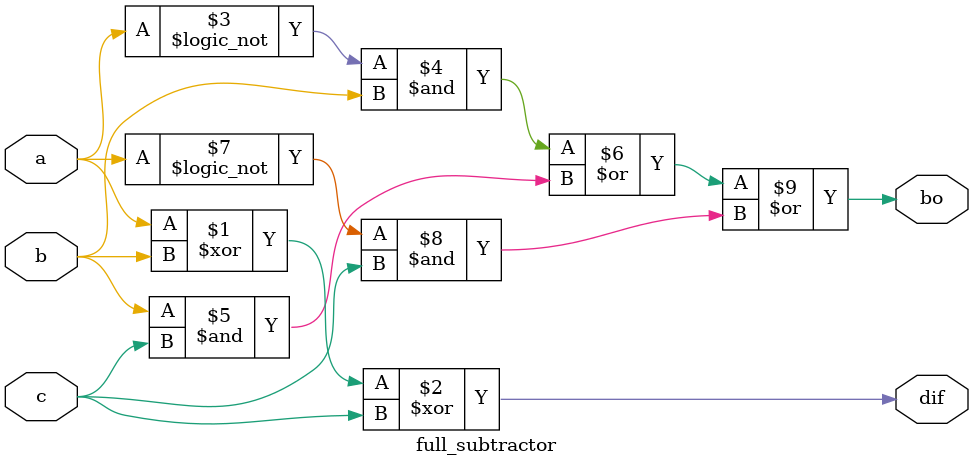
<source format=v>
module full_subtractor(a,b,c,dif,bo);
  input a,b,c;
  output dif,bo;
  assign dif = a^b^c;
  assign bo = (!a&b)|(b&c)|(!a&c);
endmodule
</source>
